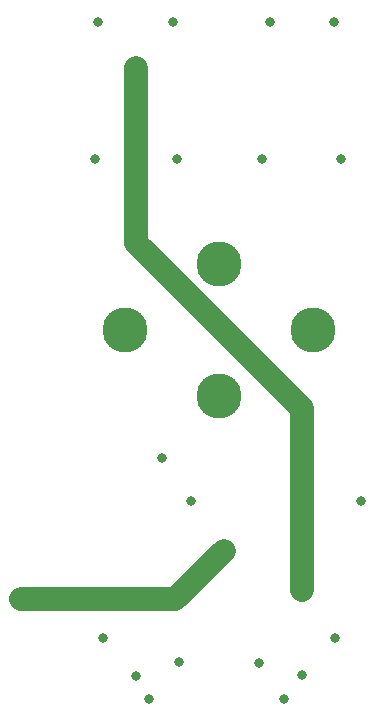
<source format=gbl>
%TF.GenerationSoftware,KiCad,Pcbnew,(5.1.6)-1*%
%TF.CreationDate,2020-09-30T11:01:53+04:00*%
%TF.ProjectId,Generic_Node-BatteryHolder,47656e65-7269-4635-9f4e-6f64652d4261,1.0*%
%TF.SameCoordinates,Original*%
%TF.FileFunction,Copper,L2,Bot*%
%TF.FilePolarity,Positive*%
%FSLAX46Y46*%
G04 Gerber Fmt 4.6, Leading zero omitted, Abs format (unit mm)*
G04 Created by KiCad (PCBNEW (5.1.6)-1) date 2020-09-30 11:01:53*
%MOMM*%
%LPD*%
G01*
G04 APERTURE LIST*
%TA.AperFunction,ComponentPad*%
%ADD10C,3.810000*%
%TD*%
%TA.AperFunction,ViaPad*%
%ADD11C,0.800000*%
%TD*%
%TA.AperFunction,Conductor*%
%ADD12C,2.000000*%
%TD*%
G04 APERTURE END LIST*
D10*
%TO.P,BTclip1,1*%
%TO.N,N/C*%
X150000000Y-92450100D03*
X150000000Y-103549900D03*
X142062500Y-98000000D03*
X157937500Y-98000000D03*
%TD*%
D11*
%TO.N,*%
X146600000Y-126100000D03*
X153400000Y-126200000D03*
X155450000Y-129250000D03*
X144100000Y-129200000D03*
%TO.N,Net-(BT1-Pad2)*%
X157000000Y-116600000D03*
X157000000Y-118200000D03*
X157000000Y-120000000D03*
X143000000Y-79600000D03*
X143000000Y-77800000D03*
X143000000Y-75800000D03*
X162000000Y-112500000D03*
X157000000Y-108400000D03*
X146400000Y-83500000D03*
X139500000Y-83500000D03*
X146100000Y-71900000D03*
X139700000Y-71900000D03*
X159800000Y-124100000D03*
X157000000Y-127200000D03*
%TO.N,VCC*%
X147800000Y-119400000D03*
X150400000Y-116700000D03*
X149100000Y-118100000D03*
X137300000Y-120800000D03*
X135300000Y-120800000D03*
X133200000Y-120800000D03*
X154300000Y-71900000D03*
X159700000Y-71900000D03*
X160300000Y-83500000D03*
X153600000Y-83500000D03*
%TO.N,GND*%
X147650000Y-112500000D03*
X145150000Y-108825000D03*
X140200000Y-124100000D03*
X143000000Y-127300000D03*
%TD*%
D12*
%TO.N,Net-(BT1-Pad2)*%
X143000000Y-75800000D02*
X143000000Y-79600000D01*
X143000000Y-79600000D02*
X143000000Y-90600000D01*
X143000000Y-90600000D02*
X157000000Y-104600000D01*
X157000000Y-104600000D02*
X157000000Y-108400000D01*
X157000000Y-108400000D02*
X157000000Y-120000000D01*
%TO.N,VCC*%
X150400000Y-116700000D02*
X146300000Y-120800000D01*
X146300000Y-120800000D02*
X137300000Y-120800000D01*
X137300000Y-120800000D02*
X135300000Y-120800000D01*
X135300000Y-120800000D02*
X133200000Y-120800000D01*
X133200000Y-120800000D02*
X133200000Y-120800000D01*
%TD*%
M02*

</source>
